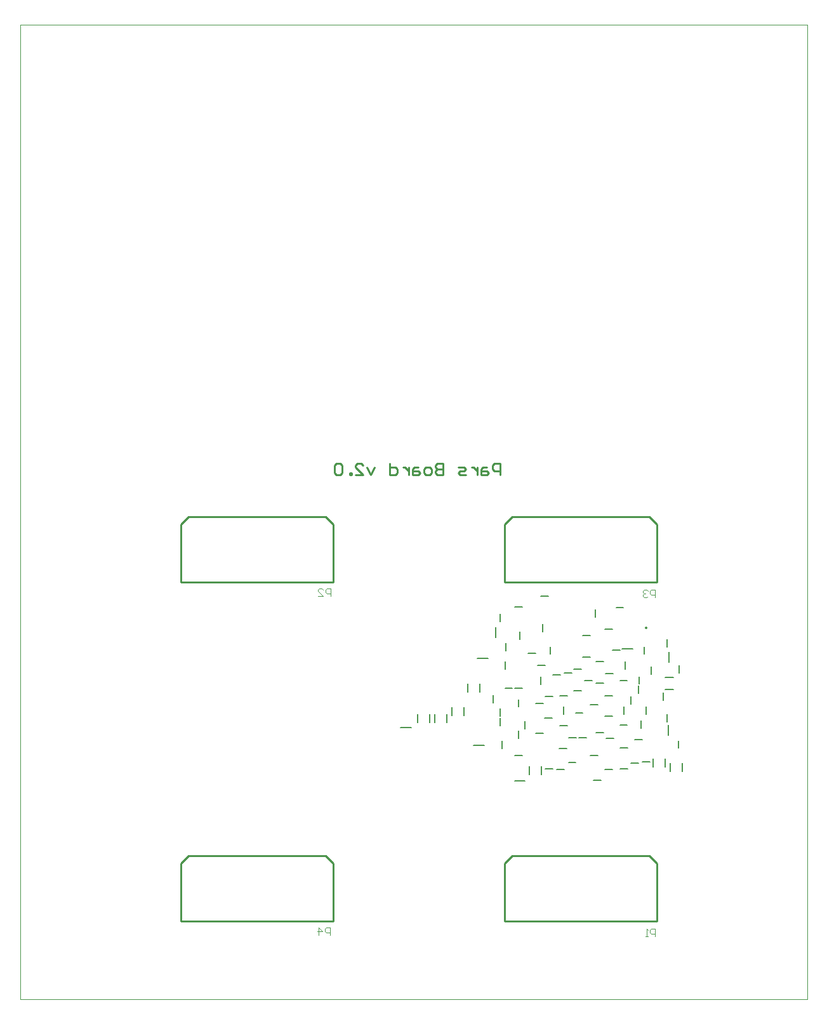
<source format=gbo>
G04 Layer_Color=32896*
%FSLAX43Y43*%
%MOMM*%
G71*
G01*
G75*
%ADD10C,0.100*%
%ADD45C,0.200*%
%ADD47C,0.300*%
%ADD60C,0.254*%
D10*
X74725Y-1600D02*
Y-600D01*
X74225D01*
X74059Y-767D01*
Y-1100D01*
X74225Y-1267D01*
X74725D01*
X73725Y-1600D02*
X73392D01*
X73559D01*
Y-600D01*
X73725Y-767D01*
X31325Y-1450D02*
Y-450D01*
X30825D01*
X30659Y-617D01*
Y-950D01*
X30825Y-1117D01*
X31325D01*
X29825Y-1450D02*
Y-450D01*
X30325Y-950D01*
X29659D01*
X74725Y43625D02*
Y44625D01*
X74225D01*
X74059Y44458D01*
Y44125D01*
X74225Y43958D01*
X74725D01*
X73725Y44458D02*
X73559Y44625D01*
X73225D01*
X73059Y44458D01*
Y44291D01*
X73225Y44125D01*
X73392D01*
X73225D01*
X73059Y43958D01*
Y43792D01*
X73225Y43625D01*
X73559D01*
X73725Y43792D01*
X31400Y43775D02*
Y44775D01*
X30900D01*
X30734Y44608D01*
Y44275D01*
X30900Y44108D01*
X31400D01*
X29734Y43775D02*
X30400D01*
X29734Y44441D01*
Y44608D01*
X29900Y44775D01*
X30234D01*
X30400Y44608D01*
X95000Y-10000D02*
Y120000D01*
X-10000D02*
X95000D01*
X-10000Y-10000D02*
Y120000D01*
Y-10000D02*
X95000D01*
D45*
X43025Y26925D02*
Y28025D01*
X44625Y26925D02*
Y28025D01*
X70300Y36775D02*
X71700D01*
X66850Y35050D02*
X67850D01*
X73025Y21700D02*
X74025D01*
X77825Y23500D02*
Y24500D01*
X76475Y25200D02*
Y26600D01*
X74150Y33325D02*
Y34325D01*
X72025Y24625D02*
X73025D01*
X76275Y27025D02*
Y28025D01*
X69000Y36575D02*
X70000D01*
X73300Y36025D02*
Y37025D01*
X75800Y29900D02*
Y30900D01*
X51000Y35450D02*
X52400D01*
X59700Y39000D02*
Y40000D01*
X59500Y43750D02*
X60500D01*
X56675Y38000D02*
Y39000D01*
X66700Y41000D02*
Y42000D01*
X69500Y42225D02*
X70500D01*
X72550Y32050D02*
Y33050D01*
X55950Y19100D02*
X57350D01*
X61600Y20675D02*
X62600D01*
X63150Y21550D02*
X64150D01*
X68000Y20675D02*
X69000D01*
X66525Y19175D02*
X67525D01*
X66075Y22550D02*
X67075D01*
X60025Y20700D02*
X61025D01*
X53475Y38250D02*
Y39650D01*
X54800Y36500D02*
Y37500D01*
X54075Y40350D02*
Y41350D01*
X54700Y34000D02*
Y35000D01*
X70025Y20700D02*
X71025D01*
X76300Y37025D02*
Y38025D01*
X68000Y39325D02*
X69000D01*
X76525Y34950D02*
Y36350D01*
X77900Y33500D02*
Y34500D01*
X59050Y34550D02*
X60050D01*
X60700Y36025D02*
Y37025D01*
X57775Y36125D02*
X58775D01*
X55975Y42300D02*
X56975D01*
X65025Y38550D02*
X66025D01*
X40750Y26275D02*
X42150D01*
X56500Y29000D02*
Y30000D01*
X58800Y25500D02*
X59800D01*
X57325Y26075D02*
Y27075D01*
X58775Y29475D02*
X59775D01*
X56500Y24825D02*
Y25825D01*
X56000Y31500D02*
X57000D01*
X50500Y23900D02*
X51900D01*
X56000Y22500D02*
X57000D01*
X54300Y23450D02*
Y24450D01*
X54000Y26500D02*
Y27500D01*
X54025Y27800D02*
Y28800D01*
X53100Y29525D02*
Y30525D01*
X54675Y31500D02*
X55675D01*
X66800Y32150D02*
X67800D01*
X65300Y32500D02*
X66300D01*
X70000D02*
X71000D01*
X60025Y30400D02*
X61025D01*
X66050Y29250D02*
X67050D01*
X71450Y29375D02*
Y30375D01*
X63875Y31150D02*
X64875D01*
X70575Y28025D02*
Y29025D01*
X62000Y30500D02*
X63000D01*
X61925Y23475D02*
X62925D01*
X73475Y28000D02*
Y29000D01*
X68175Y24800D02*
X69175D01*
X64550Y24875D02*
X65550D01*
X68050Y27725D02*
X69050D01*
X59975Y27500D02*
X60975D01*
X62500Y28000D02*
Y29000D01*
X76750Y20375D02*
Y21475D01*
X78350Y20375D02*
Y21475D01*
X70025Y23550D02*
X71025D01*
X71500Y21500D02*
X72500D01*
X63850Y34050D02*
X64850D01*
X66800Y25575D02*
X67800D01*
X72525Y30825D02*
Y31825D01*
X70000Y26550D02*
X71000D01*
X64075Y28225D02*
X65075D01*
X63200Y24850D02*
X64200D01*
X62000Y26500D02*
X63000D01*
X72850Y26150D02*
Y27150D01*
X65075Y35675D02*
X66075D01*
X68000Y30500D02*
X69000D01*
X68075Y33475D02*
X69075D01*
X59500Y32000D02*
Y33000D01*
X61075Y33300D02*
X62075D01*
X62600Y33500D02*
X63600D01*
X70700Y34025D02*
Y35025D01*
X57925Y19950D02*
Y21050D01*
X59525Y19950D02*
Y21050D01*
X49700Y30950D02*
Y32050D01*
X51300Y30950D02*
Y32050D01*
X74425Y21000D02*
Y22100D01*
X76025Y21000D02*
Y22100D01*
Y31350D02*
X77125D01*
X76025Y32950D02*
X77125D01*
X47600Y27850D02*
Y28950D01*
X49200Y27850D02*
Y28950D01*
X45300Y26950D02*
Y28050D01*
X46900Y26950D02*
Y28050D01*
D47*
X73500Y39500D02*
X73500Y39500D01*
D60*
X73926Y9143D02*
X74942Y8127D01*
X55638Y9143D02*
X73926D01*
X54622Y380D02*
Y8127D01*
X55638Y9143D01*
X74942Y380D02*
Y8127D01*
X54622Y380D02*
X74942D01*
X11418D02*
X31738D01*
Y8127D01*
X11418D02*
X12434Y9143D01*
X11418Y380D02*
Y8127D01*
X12434Y9143D02*
X30722D01*
X31738Y8127D01*
X73926Y54363D02*
X74942Y53347D01*
X55638Y54363D02*
X73926D01*
X54622Y45600D02*
Y53347D01*
X55638Y54363D01*
X74942Y45600D02*
Y53347D01*
X54622Y45600D02*
X74942D01*
X11418D02*
X31738D01*
Y53347D01*
X11418D02*
X12434Y54363D01*
X11418Y45600D02*
Y53347D01*
X12434Y54363D02*
X30722D01*
X31738Y53347D01*
X54050Y59950D02*
Y61474D01*
X53288D01*
X53034Y61220D01*
Y60712D01*
X53288Y60458D01*
X54050D01*
X52273Y60966D02*
X51765D01*
X51511Y60712D01*
Y59950D01*
X52273D01*
X52526Y60204D01*
X52273Y60458D01*
X51511D01*
X51003Y60966D02*
Y59950D01*
Y60458D01*
X50749Y60712D01*
X50495Y60966D01*
X50241D01*
X49479Y59950D02*
X48718D01*
X48464Y60204D01*
X48718Y60458D01*
X49226D01*
X49479Y60712D01*
X49226Y60966D01*
X48464D01*
X46432Y61474D02*
Y59950D01*
X45671D01*
X45417Y60204D01*
Y60458D01*
X45671Y60712D01*
X46432D01*
X45671D01*
X45417Y60966D01*
Y61220D01*
X45671Y61474D01*
X46432D01*
X44655Y59950D02*
X44147D01*
X43893Y60204D01*
Y60712D01*
X44147Y60966D01*
X44655D01*
X44909Y60712D01*
Y60204D01*
X44655Y59950D01*
X43132Y60966D02*
X42624D01*
X42370Y60712D01*
Y59950D01*
X43132D01*
X43385Y60204D01*
X43132Y60458D01*
X42370D01*
X41862Y60966D02*
Y59950D01*
Y60458D01*
X41608Y60712D01*
X41354Y60966D01*
X41100D01*
X39323Y61474D02*
Y59950D01*
X40085D01*
X40338Y60204D01*
Y60712D01*
X40085Y60966D01*
X39323D01*
X37291D02*
X36784Y59950D01*
X36276Y60966D01*
X34752Y59950D02*
X35768D01*
X34752Y60966D01*
Y61220D01*
X35006Y61474D01*
X35514D01*
X35768Y61220D01*
X34244Y59950D02*
Y60204D01*
X33990D01*
Y59950D01*
X34244D01*
X32975Y61220D02*
X32721Y61474D01*
X32213D01*
X31959Y61220D01*
Y60204D01*
X32213Y59950D01*
X32721D01*
X32975Y60204D01*
Y61220D01*
M02*

</source>
